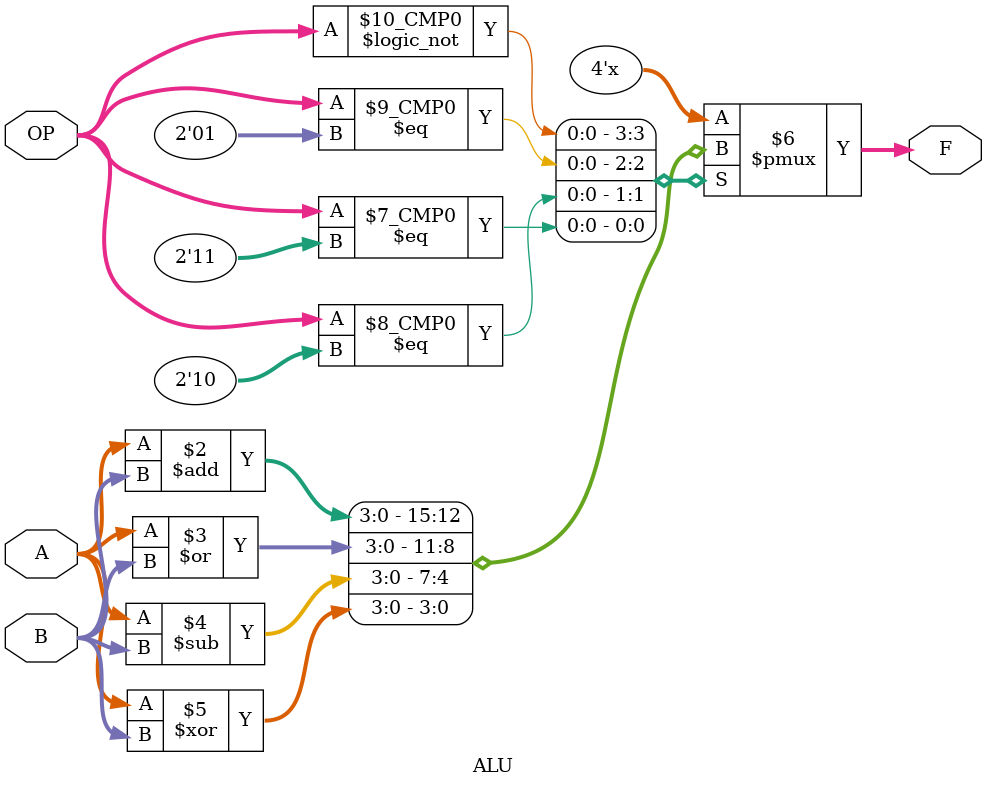
<source format=v>
module ALU (F,A,B,OP);
    parameter c = 4;
    output reg [c-1:0] F;
    input [c-1:0] A,B;
    input [1:0] OP;

    always @(*) begin
        case (OP)
            2'b00  : F = A + B;  
            2'b01  : F = A | B; 
            2'b10  : F = A - B; 
            2'b11  : F = A ^ B; 
            default: F = 0;
        endcase
    end 
             
    
endmodule
</source>
